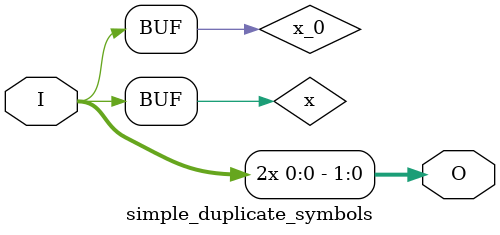
<source format=v>
module simple_duplicate_symbols(
  input        I,
  output [1:0] O
);

  wire x = I;
  wire x_0 = I;
  assign O = {x_0, x};
endmodule


</source>
